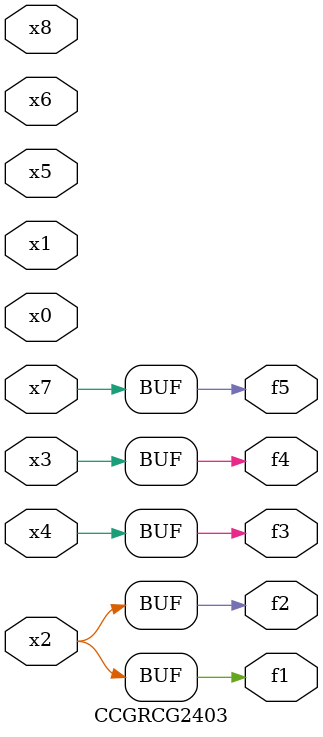
<source format=v>
module CCGRCG2403(
	input x0, x1, x2, x3, x4, x5, x6, x7, x8,
	output f1, f2, f3, f4, f5
);
	assign f1 = x2;
	assign f2 = x2;
	assign f3 = x4;
	assign f4 = x3;
	assign f5 = x7;
endmodule

</source>
